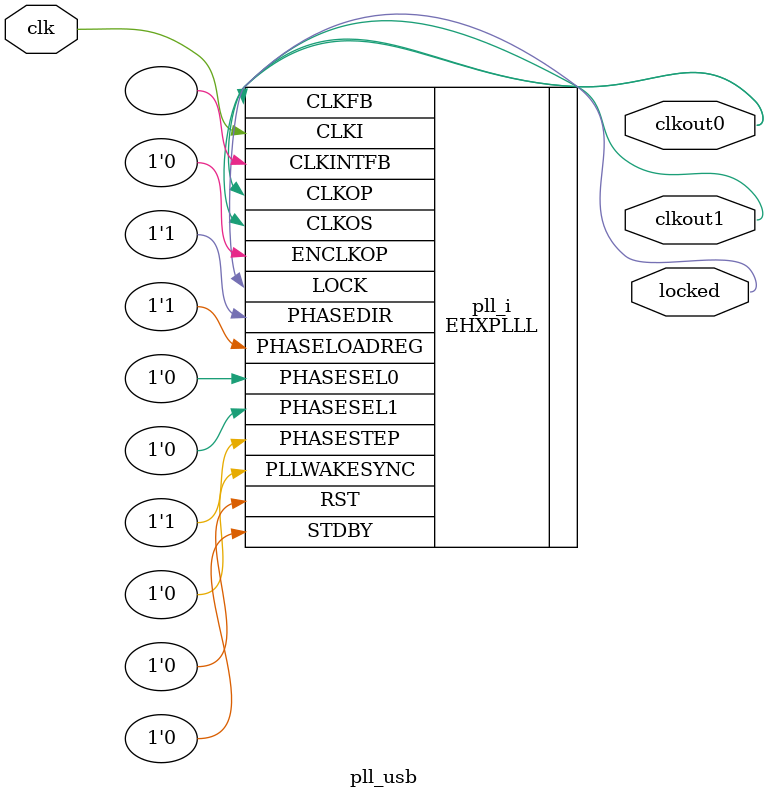
<source format=sv>
module pll_usb
(
    input clk, // 50 MHz, 0 deg
    output clkout0, // 100 MHz, 0 deg
    output clkout1, // 12 MHz, 0 deg
    output locked
);
(* FREQUENCY_PIN_CLKI="50" *)
(* FREQUENCY_PIN_CLKOP="100" *)
(* FREQUENCY_PIN_CLKOS="12" *)
(* ICP_CURRENT="12" *) (* LPF_RESISTOR="8" *) (* MFG_ENABLE_FILTEROPAMP="1" *) (* MFG_GMCREF_SEL="2" *)
EHXPLLL #(
        .PLLRST_ENA("DISABLED"),
        .INTFB_WAKE("DISABLED"),
        .STDBY_ENABLE("DISABLED"),
        .DPHASE_SOURCE("DISABLED"),
        .OUTDIVIDER_MUXA("DIVA"),
        .OUTDIVIDER_MUXB("DIVB"),
        .OUTDIVIDER_MUXC("DIVC"),
        .OUTDIVIDER_MUXD("DIVD"),
        .CLKI_DIV(1),
        .CLKOP_ENABLE("ENABLED"),
        .CLKOP_DIV(6),
        .CLKOP_CPHASE(2),
        .CLKOP_FPHASE(0),
        .CLKOS_ENABLE("ENABLED"),
        .CLKOS_DIV(50),
        .CLKOS_CPHASE(2),
        .CLKOS_FPHASE(0),
        .FEEDBK_PATH("CLKOP"),
        .CLKFB_DIV(2)
    ) pll_i (
        .RST(1'b0),
        .STDBY(1'b0),
        .CLKI(clk),
        .CLKOP(clkout0),
        .CLKOS(clkout1),
        .CLKFB(clkout0),
        .CLKINTFB(),
        .PHASESEL0(1'b0),
        .PHASESEL1(1'b0),
        .PHASEDIR(1'b1),
        .PHASESTEP(1'b1),
        .PHASELOADREG(1'b1),
        .PLLWAKESYNC(1'b0),
        .ENCLKOP(1'b0),
        .LOCK(locked)
	);
endmodule

</source>
